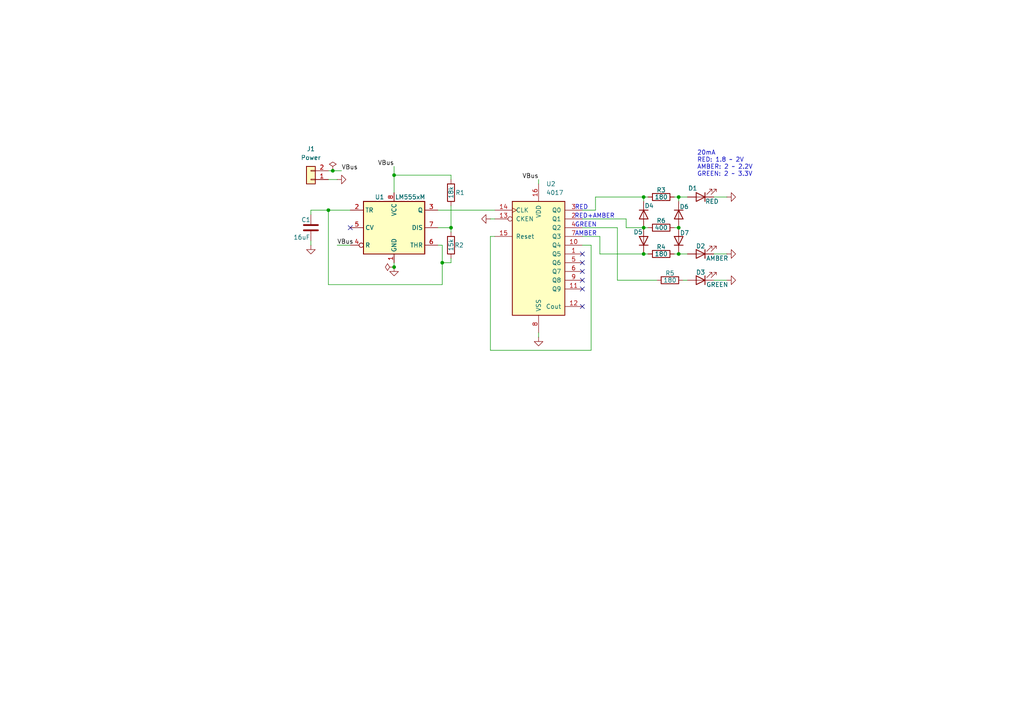
<source format=kicad_sch>
(kicad_sch (version 20231120) (generator "eeschema") (generator_version "8.0")
  (paper "A4")
  (lib_symbols
    (symbol "4xxx:4017" (pin_names (offset 1.016))
      (property "Reference" "U" (at -7.62 16.51 0))
      (property "Value" "4017" (at -7.62 -19.05 0))
      (symbol "4017_1_0"
        (pin output line (at 12.7 0 180) (length 5.08) (name "Q5") (number "1"))
        (pin output line (at 12.7 2.54 180) (length 5.08) (name "Q4") (number "10"))
        (pin output line (at 12.7 -10.16 180) (length 5.08) (name "Q9") (number "11"))
        (pin output line (at 12.7 -15.24 180) (length 5.08) (name "Cout") (number "12"))
        (pin input inverted (at -12.7 10.16 0) (length 5.08) (name "CKEN") (number "13"))
        (pin input clock (at -12.7 12.7 0) (length 5.08) (name "CLK") (number "14"))
        (pin input line (at -12.7 5.08 0) (length 5.08) (name "Reset") (number "15"))
        (pin power_in line (at 0 20.32 270) (length 5.08) (name "VDD") (number "16"))
        (pin output line (at 12.7 10.16 180) (length 5.08) (name "Q1") (number "2"))
        (pin output line (at 12.7 12.7 180) (length 5.08) (name "Q0") (number "3"))
        (pin output line (at 12.7 7.62 180) (length 5.08) (name "Q2") (number "4"))
        (pin output line (at 12.7 -2.54 180) (length 5.08) (name "Q6") (number "5"))
        (pin output line (at 12.7 -5.08 180) (length 5.08) (name "Q7") (number "6"))
        (pin output line (at 12.7 5.08 180) (length 5.08) (name "Q3") (number "7"))
        (pin power_in line (at 0 -22.86 90) (length 5.08) (name "VSS") (number "8"))
        (pin output line (at 12.7 -7.62 180) (length 5.08) (name "Q8") (number "9"))
      )
      (symbol "4017_1_1"
        (rectangle (start -7.62 15.24) (end 7.62 -17.78) (stroke (width 0.254)) (fill (type background)))
      )
    )
    (symbol "Connector_Generic:Conn_01x02" (pin_names (offset 1.016) hide)
      (property "Reference" "J" (at 0 2.54 0))
      (property "Value" "Conn_01x02" (at 0 -5.08 0))
      (symbol "Conn_01x02_1_1"
        (rectangle (start -1.27 -2.413) (end 0 -2.667) (stroke (width 0.1524)))
        (rectangle (start -1.27 0.127) (end 0 -0.127) (stroke (width 0.1524)))
        (rectangle (start -1.27 1.27) (end 1.27 -3.81) (stroke (width 0.254)) (fill (type background)))
        (pin passive line (at -5.08 0 0) (length 3.81) (name "Pin_1") (number "1"))
        (pin passive line (at -5.08 -2.54 0) (length 3.81) (name "Pin_2") (number "2"))
      )
    )
    (symbol "Device:C" (pin_numbers hide) (pin_names (offset 0.254))
      (property "Reference" "C" (at 0.635 2.54 0))
      (property "Value" "C" (at 0.635 -2.54 0))
      (symbol "C_0_1"
        (polyline (pts (xy -2.032 -0.762) (xy 2.032 -0.762)) (stroke (width 0.508)))
        (polyline (pts (xy -2.032 0.762) (xy 2.032 0.762)) (stroke (width 0.508)))
      )
      (symbol "C_1_1"
        (pin passive line (at 0 3.81 270) (length 2.794) (name "~") (number "1"))
        (pin passive line (at 0 -3.81 90) (length 2.794) (name "~") (number "2"))
      )
    )
    (symbol "Device:D" (pin_numbers hide) (pin_names (offset 1.016) hide)
      (property "Reference" "D" (at 0 2.54 0))
      (property "Value" "D" (at 0 -2.54 0))
      (symbol "D_0_1"
        (polyline (pts (xy -1.27 1.27) (xy -1.27 -1.27)) (stroke (width 0.254)))
        (polyline (pts (xy 1.27 0) (xy -1.27 0)))
        (polyline (pts (xy 1.27 1.27) (xy 1.27 -1.27) (xy -1.27 0) (xy 1.27 1.27)) (stroke (width 0.254)))
      )
      (symbol "D_1_1"
        (pin passive line (at -3.81 0 0) (length 2.54) (name "K") (number "1"))
        (pin passive line (at 3.81 0 180) (length 2.54) (name "A") (number "2"))
      )
    )
    (symbol "Device:LED" (pin_numbers hide) (pin_names (offset 1.016) hide)
      (property "Reference" "D" (at 0 2.54 0))
      (property "Value" "LED" (at 0 -2.54 0))
      (symbol "LED_0_1"
        (polyline (pts (xy -1.27 -1.27) (xy -1.27 1.27)) (stroke (width 0.254)))
        (polyline (pts (xy -1.27 0) (xy 1.27 0)))
        (polyline (pts (xy 1.27 -1.27) (xy 1.27 1.27) (xy -1.27 0) (xy 1.27 -1.27)) (stroke (width 0.254)))
        (polyline (pts (xy -3.048 -0.762) (xy -4.572 -2.286) (xy -3.81 -2.286) (xy -4.572 -2.286) (xy -4.572 -1.524)))
        (polyline (pts (xy -1.778 -0.762) (xy -3.302 -2.286) (xy -2.54 -2.286) (xy -3.302 -2.286) (xy -3.302 -1.524)))
      )
      (symbol "LED_1_1"
        (pin passive line (at -3.81 0 0) (length 2.54) (name "K") (number "1"))
        (pin passive line (at 3.81 0 180) (length 2.54) (name "A") (number "2"))
      )
    )
    (symbol "Device:R" (pin_numbers hide) (pin_names (offset 0))
      (property "Reference" "R" (at 2.032 0 90))
      (property "Value" "R" (at 0 0 90))
      (symbol "R_0_1"
        (rectangle (start -1.016 -2.54) (end 1.016 2.54) (stroke (width 0.254)))
      )
      (symbol "R_1_1"
        (pin passive line (at 0 3.81 270) (length 1.27) (name "~") (number "1"))
        (pin passive line (at 0 -3.81 90) (length 1.27) (name "~") (number "2"))
      )
    )
    (symbol "Timer:LM555xM"
      (property "Reference" "U" (at -10.16 8.89 0))
      (property "Value" "LM555xM" (at 2.54 8.89 0))
      (symbol "LM555xM_0_0"
        (pin power_in line (at 0 -10.16 90) (length 2.54) (name "GND") (number "1"))
        (pin power_in line (at 0 10.16 270) (length 2.54) (name "VCC") (number "8"))
      )
      (symbol "LM555xM_0_1"
        (rectangle (start -8.89 -7.62) (end 8.89 7.62) (stroke (width 0.254)) (fill (type background)))
        (rectangle (start -8.89 -7.62) (end 8.89 7.62) (stroke (width 0.254)) (fill (type background)))
      )
      (symbol "LM555xM_1_1"
        (pin input line (at -12.7 5.08 0) (length 3.81) (name "TR") (number "2"))
        (pin output line (at 12.7 5.08 180) (length 3.81) (name "Q") (number "3"))
        (pin input inverted (at -12.7 -5.08 0) (length 3.81) (name "R") (number "4"))
        (pin input line (at -12.7 0 0) (length 3.81) (name "CV") (number "5"))
        (pin input line (at 12.7 -5.08 180) (length 3.81) (name "THR") (number "6"))
        (pin input line (at 12.7 0 180) (length 3.81) (name "DIS") (number "7"))
      )
    )
    (symbol "power:GND" (power) (pin_numbers hide) (pin_names (offset 0) hide)
      (property "Value" "GND" (at 0 -3.81 0))
      (symbol "GND_0_1"
        (polyline (pts (xy 0 0) (xy 0 -1.27) (xy 1.27 -1.27) (xy 0 -2.54) (xy -1.27 -1.27) (xy 0 -1.27)))
      )
      (symbol "GND_1_1"
        (pin power_in line (at 0 0 270) (length 0) (name "~") (number "1"))
      )
    )
    (symbol "power:PWR_FLAG" (power) (pin_numbers hide) (pin_names (offset 0) hide)
      (property "Value" "PWR_FLAG" (at 0 3.81 0))
      (symbol "PWR_FLAG_0_0"
        (pin power_out line (at 0 0 90) (length 0) (name "~") (number "1"))
      )
      (symbol "PWR_FLAG_0_1"
        (polyline (pts (xy 0 0) (xy 0 1.27) (xy -1.016 1.905) (xy 0 2.54) (xy 1.016 1.905) (xy 0 1.27)))
      )
    )
  )
  (junction (at 196.85 57.15))
  (junction (at 114.3 77.47))
  (junction (at 196.85 66.04))
  (junction (at 186.69 73.66))
  (junction (at 196.85 73.66))
  (junction (at 95.25 60.96))
  (junction (at 186.69 66.04))
  (junction (at 186.69 57.15))
  (junction (at 96.52 49.53))
  (junction (at 128.27 76.2))
  (junction (at 114.3 50.8))
  (junction (at 130.81 66.04))
  (no_connect (at 168.91 81.28))
  (no_connect (at 168.91 76.2))
  (no_connect (at 101.6 66.04))
  (no_connect (at 168.91 73.66))
  (no_connect (at 168.91 78.74))
  (no_connect (at 168.91 83.82))
  (no_connect (at 168.91 88.9))
  (wire (pts (xy 168.91 63.5) (xy 181.61 63.5)))
  (wire (pts (xy 90.17 71.12) (xy 90.17 69.85)))
  (wire (pts (xy 97.79 71.12) (xy 101.6 71.12)))
  (wire (pts (xy 128.27 71.12) (xy 127 71.12)))
  (wire (pts (xy 171.45 101.6) (xy 171.45 71.12)))
  (wire (pts (xy 198.12 81.28) (xy 199.39 81.28)))
  (wire (pts (xy 171.45 71.12) (xy 168.91 71.12)))
  (wire (pts (xy 90.17 62.23) (xy 90.17 60.96)))
  (wire (pts (xy 142.24 68.58) (xy 142.24 101.6)))
  (wire (pts (xy 95.25 60.96) (xy 101.6 60.96)))
  (wire (pts (xy 195.58 66.04) (xy 196.85 66.04)))
  (wire (pts (xy 195.58 57.15) (xy 196.85 57.15)))
  (wire (pts (xy 207.01 81.28) (xy 210.82 81.28)))
  (wire (pts (xy 114.3 76.2) (xy 114.3 77.47)))
  (wire (pts (xy 181.61 63.5) (xy 181.61 66.04)))
  (wire (pts (xy 156.21 52.07) (xy 156.21 53.34)))
  (wire (pts (xy 114.3 48.26) (xy 114.3 50.8)))
  (wire (pts (xy 173.99 68.58) (xy 173.99 73.66)))
  (wire (pts (xy 96.52 49.53) (xy 99.06 49.53)))
  (wire (pts (xy 142.24 63.5) (xy 143.51 63.5)))
  (wire (pts (xy 95.25 49.53) (xy 96.52 49.53)))
  (wire (pts (xy 130.81 67.31) (xy 130.81 66.04)))
  (wire (pts (xy 128.27 76.2) (xy 130.81 76.2)))
  (wire (pts (xy 173.99 73.66) (xy 186.69 73.66)))
  (wire (pts (xy 114.3 50.8) (xy 114.3 55.88)))
  (wire (pts (xy 196.85 58.42) (xy 196.85 57.15)))
  (wire (pts (xy 179.07 66.04) (xy 179.07 81.28)))
  (wire (pts (xy 130.81 76.2) (xy 130.81 74.93)))
  (wire (pts (xy 156.21 96.52) (xy 156.21 97.79)))
  (wire (pts (xy 127 60.96) (xy 143.51 60.96)))
  (wire (pts (xy 95.25 82.55) (xy 128.27 82.55)))
  (wire (pts (xy 95.25 52.07) (xy 97.79 52.07)))
  (wire (pts (xy 130.81 59.69) (xy 130.81 66.04)))
  (wire (pts (xy 130.81 52.07) (xy 130.81 50.8)))
  (wire (pts (xy 196.85 57.15) (xy 199.39 57.15)))
  (wire (pts (xy 168.91 68.58) (xy 173.99 68.58)))
  (wire (pts (xy 186.69 73.66) (xy 187.96 73.66)))
  (wire (pts (xy 186.69 66.04) (xy 187.96 66.04)))
  (wire (pts (xy 128.27 82.55) (xy 128.27 76.2)))
  (wire (pts (xy 142.24 101.6) (xy 171.45 101.6)))
  (wire (pts (xy 128.27 71.12) (xy 128.27 76.2)))
  (wire (pts (xy 90.17 60.96) (xy 95.25 60.96)))
  (wire (pts (xy 196.85 73.66) (xy 199.39 73.66)))
  (wire (pts (xy 186.69 57.15) (xy 187.96 57.15)))
  (wire (pts (xy 95.25 60.96) (xy 95.25 82.55)))
  (wire (pts (xy 172.72 57.15) (xy 186.69 57.15)))
  (wire (pts (xy 168.91 66.04) (xy 179.07 66.04)))
  (wire (pts (xy 207.01 57.15) (xy 210.82 57.15)))
  (wire (pts (xy 130.81 66.04) (xy 127 66.04)))
  (wire (pts (xy 130.81 50.8) (xy 114.3 50.8)))
  (wire (pts (xy 179.07 81.28) (xy 190.5 81.28)))
  (wire (pts (xy 168.91 60.96) (xy 172.72 60.96)))
  (wire (pts (xy 181.61 66.04) (xy 186.69 66.04)))
  (wire (pts (xy 172.72 57.15) (xy 172.72 60.96)))
  (wire (pts (xy 195.58 73.66) (xy 196.85 73.66)))
  (wire (pts (xy 186.69 58.42) (xy 186.69 57.15)))
  (wire (pts (xy 142.24 68.58) (xy 143.51 68.58)))
  (wire (pts (xy 207.01 73.66) (xy 210.82 73.66)))
  (text "AMBER\n" (at 169.926 67.818 0) (effects (font (size 1.27 1.27))))
  (text "20mA\nRED: 1.8 ~ 2V\nAMBER: 2 ~ 2.2V\nGREEN: 2 ~ 3.3V\n" (at 202.184 47.498 0) (effects (font (size 1.27 1.27)) (justify left)))
  (text "RED+AMBER\n" (at 172.466 62.738 0) (effects (font (size 1.27 1.27))))
  (text "GREEN" (at 169.926 65.278 0) (effects (font (size 1.27 1.27))))
  (text "RED" (at 168.656 60.198 0) (effects (font (size 1.27 1.27))))
  (label "VBus" (at 97.79 71.12 0))
  (label "VBus" (at 114.3 48.26 180))
  (label "VBus" (at 156.21 52.07 180))
  (label "VBus" (at 99.06 49.53 0))
  (symbol (lib_id "Device:LED") (at 203.2 81.28 180) (unit 1)
    (property "Reference" "D3" (at 203.2 78.994 0))
    (property "Value" "GREEN" (at 208.026 82.55 0))
    (property "Footprint" "LED_THT:LED_D4.0mm" (effects (hide yes)))
    (property "Description" "Light emitting diode" (effects (hide yes)))
  )
  (symbol (lib_id "Timer:LM555xM") (at 114.3 66.04 0) (unit 1)
    (property "Reference" "U1" (at 108.712 57.15 0) (effects (justify left)))
    (property "Value" "LM555xM" (at 114.554 57.15 0) (effects (justify left)))
    (property "Footprint" "Package_SO:SOIC-8_3.9x4.9mm_P1.27mm" (effects (hide yes)))
    (property "Datasheet" "http://www.ti.com/lit/ds/symlink/lm555.pdf" (effects (hide yes)))
    (property "Description" "Timer, 555 compatible, SOIC-8" (effects (hide yes)))
  )
  (symbol (lib_id "power:GND") (at 210.82 81.28 90) (unit 1)
    (property "Reference" "#PWR06" (effects (hide yes)))
    (property "Value" "GND" (effects (hide yes)))
    (property "Description" "Power symbol creates a global label with name \"GND\" , ground" (effects (hide yes)))
  )
  (symbol (lib_id "power:GND") (at 156.21 97.79 0) (unit 1)
    (property "Reference" "#PWR08" (effects (hide yes)))
    (property "Value" "GND" (effects (hide yes)))
    (property "Description" "Power symbol creates a global label with name \"GND\" , ground" (effects (hide yes)))
  )
  (symbol (lib_id "power:GND") (at 97.79 52.07 90) (unit 1)
    (property "Reference" "#PWR02" (effects (hide yes)))
    (property "Value" "GND" (effects (hide yes)))
    (property "Description" "Power symbol creates a global label with name \"GND\" , ground" (effects (hide yes)))
  )
  (symbol (lib_id "Device:R") (at 194.31 81.28 270) (unit 1)
    (property "Reference" "R5" (at 194.31 79.248 90))
    (property "Value" "180" (at 194.31 81.28 90))
    (property "Footprint" "Resistor_SMD:R_0603_1608Metric_Pad0.98x0.95mm_HandSolder" (effects (hide yes)))
    (property "Description" "Resistor" (effects (hide yes)))
  )
  (symbol (lib_id "Device:R") (at 130.81 55.88 0) (unit 1)
    (property "Reference" "R1" (at 132.08 55.88 0) (effects (justify left)))
    (property "Value" "18k" (at 130.81 57.658 90) (effects (justify left)))
    (property "Footprint" "Resistor_SMD:R_0603_1608Metric_Pad0.98x0.95mm_HandSolder" (effects (hide yes)))
    (property "Description" "Resistor" (effects (hide yes)))
  )
  (symbol (lib_id "power:GND") (at 210.82 57.15 90) (unit 1)
    (property "Reference" "#PWR04" (effects (hide yes)))
    (property "Value" "GND" (effects (hide yes)))
    (property "Description" "Power symbol creates a global label with name \"GND\" , ground" (effects (hide yes)))
  )
  (symbol (lib_id "Device:D") (at 196.85 69.85 90) (unit 1)
    (property "Reference" "D7" (at 199.898 67.564 90) (effects (justify left)))
    (property "Value" "D" (effects (hide yes)))
    (property "Footprint" "Diode_SMD:D_0603_1608Metric_Pad1.05x0.95mm_HandSolder" (effects (hide yes)))
    (property "Description" "Diode" (effects (hide yes)))
    (property "Sim.Device" "D" (effects (hide yes)))
    (property "Sim.Pins" "1=K 2=A" (effects (hide yes)))
  )
  (symbol (lib_id "Device:D") (at 186.69 69.85 90) (unit 1)
    (property "Reference" "D5" (at 186.436 67.31 90) (effects (justify left)))
    (property "Value" "D" (effects (hide yes)))
    (property "Footprint" "Diode_SMD:D_0603_1608Metric_Pad1.05x0.95mm_HandSolder" (effects (hide yes)))
    (property "Description" "Diode" (effects (hide yes)))
    (property "Sim.Device" "D" (effects (hide yes)))
    (property "Sim.Pins" "1=K 2=A" (effects (hide yes)))
  )
  (symbol (lib_id "power:PWR_FLAG") (at 96.52 49.53 0) (unit 1)
    (property "Reference" "#FLG01" (effects (hide yes)))
    (property "Value" "PWR_FLAG" (effects (hide yes)))
    (property "Description" "Special symbol for telling ERC where power comes from" (effects (hide yes)))
  )
  (symbol (lib_id "Device:R") (at 130.81 71.12 0) (unit 1)
    (property "Reference" "R2" (at 131.826 71.12 0) (effects (justify left)))
    (property "Value" "15k" (at 130.81 72.898 90) (effects (justify left)))
    (property "Footprint" "Resistor_SMD:R_0603_1608Metric_Pad0.98x0.95mm_HandSolder" (effects (hide yes)))
    (property "Description" "Resistor" (effects (hide yes)))
  )
  (symbol (lib_id "power:GND") (at 210.82 73.66 90) (unit 1)
    (property "Reference" "#PWR05" (effects (hide yes)))
    (property "Value" "GND" (effects (hide yes)))
    (property "Description" "Power symbol creates a global label with name \"GND\" , ground" (effects (hide yes)))
  )
  (symbol (lib_id "Device:R") (at 191.77 73.66 270) (unit 1)
    (property "Reference" "R4" (at 191.77 71.628 90))
    (property "Value" "180" (at 191.77 73.66 90))
    (property "Footprint" "Resistor_SMD:R_0603_1608Metric_Pad0.98x0.95mm_HandSolder" (effects (hide yes)))
    (property "Description" "Resistor" (effects (hide yes)))
  )
  (symbol (lib_id "Device:R") (at 191.77 66.04 270) (unit 1)
    (property "Reference" "R6" (at 191.77 64.008 90))
    (property "Value" "400" (at 191.77 66.04 90))
    (property "Footprint" "Resistor_SMD:R_0603_1608Metric_Pad0.98x0.95mm_HandSolder" (effects (hide yes)))
    (property "Description" "Resistor" (effects (hide yes)))
  )
  (symbol (lib_id "power:GND") (at 90.17 71.12 0) (unit 1)
    (property "Reference" "#PWR03" (effects (hide yes)))
    (property "Value" "GND" (effects (hide yes)))
    (property "Description" "Power symbol creates a global label with name \"GND\" , ground" (effects (hide yes)))
  )
  (symbol (lib_id "Device:LED") (at 203.2 73.66 180) (unit 1)
    (property "Reference" "D2" (at 203.2 71.374 0))
    (property "Value" "AMBER" (at 208.026 74.93 0))
    (property "Footprint" "LED_THT:LED_D4.0mm" (effects (hide yes)))
    (property "Description" "Light emitting diode" (effects (hide yes)))
  )
  (symbol (lib_id "Device:R") (at 191.77 57.15 270) (unit 1)
    (property "Reference" "R3" (at 191.77 55.118 90))
    (property "Value" "180" (at 191.77 57.15 90))
    (property "Footprint" "Resistor_SMD:R_0603_1608Metric_Pad0.98x0.95mm_HandSolder" (effects (hide yes)))
    (property "Description" "Resistor" (effects (hide yes)))
  )
  (symbol (lib_id "Device:LED") (at 203.2 57.15 180) (unit 1)
    (property "Reference" "D1" (at 200.914 54.61 0))
    (property "Value" "RED" (at 206.502 58.42 0))
    (property "Footprint" "LED_THT:LED_D4.0mm" (effects (hide yes)))
    (property "Description" "Light emitting diode" (effects (hide yes)))
  )
  (symbol (lib_id "Connector_Generic:Conn_01x02") (at 90.17 52.07 180) (unit 1)
    (property "Reference" "J1" (at 90.17 43.18 0))
    (property "Value" "Power" (at 90.17 45.72 0))
    (property "Footprint" "Connector_PinHeader_2.54mm:PinHeader_1x02_P2.54mm_Vertical" (effects (hide yes)))
    (property "Description" "Generic connector, single row, 01x02, script generated (kicad-library-utils/schlib/autogen/connector/)" (effects (hide yes)))
  )
  (symbol (lib_id "power:GND") (at 114.3 77.47 0) (unit 1)
    (property "Reference" "#PWR01" (effects (hide yes)))
    (property "Value" "GND" (effects (hide yes)))
    (property "Description" "Power symbol creates a global label with name \"GND\" , ground" (effects (hide yes)))
  )
  (symbol (lib_id "power:PWR_FLAG") (at 114.3 77.47 90) (unit 1)
    (property "Reference" "#FLG02" (effects (hide yes)))
    (property "Value" "PWR_FLAG" (effects (hide yes)))
    (property "Description" "Special symbol for telling ERC where power comes from" (effects (hide yes)))
  )
  (symbol (lib_id "Device:D") (at 186.69 62.23 270) (unit 1)
    (property "Reference" "D4" (at 186.944 59.69 90) (effects (justify left)))
    (property "Value" "D" (effects (hide yes)))
    (property "Footprint" "Diode_SMD:D_0603_1608Metric_Pad1.05x0.95mm_HandSolder" (effects (hide yes)))
    (property "Description" "Diode" (effects (hide yes)))
    (property "Sim.Device" "D" (effects (hide yes)))
    (property "Sim.Pins" "1=K 2=A" (effects (hide yes)))
  )
  (symbol (lib_id "Device:C") (at 90.17 66.04 0) (unit 1)
    (property "Reference" "C1" (at 87.376 63.754 0) (effects (justify left)))
    (property "Value" "16uF" (at 85.09 68.834 0) (effects (justify left)))
    (property "Footprint" "Capacitor_SMD:C_0603_1608Metric_Pad1.08x0.95mm_HandSolder" (effects (hide yes)))
    (property "Description" "Unpolarized capacitor" (effects (hide yes)))
  )
  (symbol (lib_id "power:GND") (at 142.24 63.5 270) (unit 1)
    (property "Reference" "#PWR07" (effects (hide yes)))
    (property "Value" "GND" (effects (hide yes)))
    (property "Description" "Power symbol creates a global label with name \"GND\" , ground" (effects (hide yes)))
  )
  (symbol (lib_id "Device:D") (at 196.85 62.23 270) (unit 1)
    (property "Reference" "D6" (at 197.104 59.944 90) (effects (justify left)))
    (property "Value" "D" (effects (hide yes)))
    (property "Footprint" "Diode_SMD:D_0603_1608Metric_Pad1.05x0.95mm_HandSolder" (effects (hide yes)))
    (property "Description" "Diode" (effects (hide yes)))
    (property "Sim.Device" "D" (effects (hide yes)))
    (property "Sim.Pins" "1=K 2=A" (effects (hide yes)))
  )
  (symbol (lib_id "4xxx:4017") (at 156.21 73.66 0) (unit 1)
    (property "Reference" "U2" (at 158.4041 53.34 0) (effects (justify left)))
    (property "Value" "4017" (at 158.4041 55.88 0) (effects (justify left)))
    (property "Footprint" "Package_DIP:DIP-16_W7.62mm" (effects (hide yes)))
    (property "Datasheet" "http://www.intersil.com/content/dam/Intersil/documents/cd40/cd4017bms-22bms.pdf" (effects (hide yes)))
    (property "Description" "Johnson Counter ( 10 outputs )" (effects (hide yes)))
  )
)
</source>
